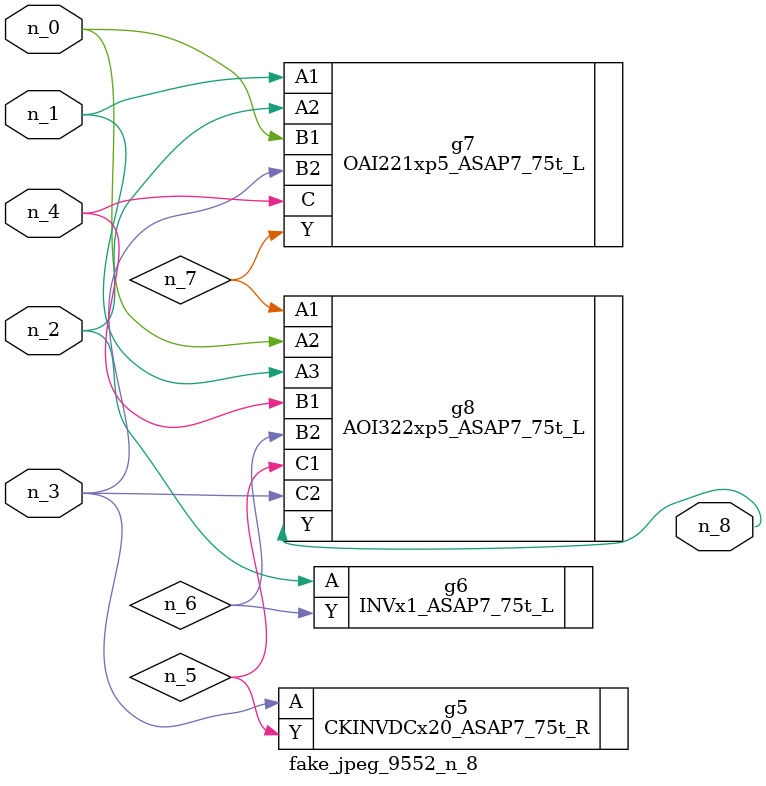
<source format=v>
module fake_jpeg_9552_n_8 (n_3, n_2, n_1, n_0, n_4, n_8);

input n_3;
input n_2;
input n_1;
input n_0;
input n_4;

output n_8;

wire n_6;
wire n_5;
wire n_7;

CKINVDCx20_ASAP7_75t_R g5 ( 
.A(n_3),
.Y(n_5)
);

INVx1_ASAP7_75t_L g6 ( 
.A(n_2),
.Y(n_6)
);

OAI221xp5_ASAP7_75t_L g7 ( 
.A1(n_1),
.A2(n_2),
.B1(n_0),
.B2(n_3),
.C(n_4),
.Y(n_7)
);

AOI322xp5_ASAP7_75t_L g8 ( 
.A1(n_7),
.A2(n_0),
.A3(n_1),
.B1(n_4),
.B2(n_6),
.C1(n_5),
.C2(n_3),
.Y(n_8)
);


endmodule
</source>
